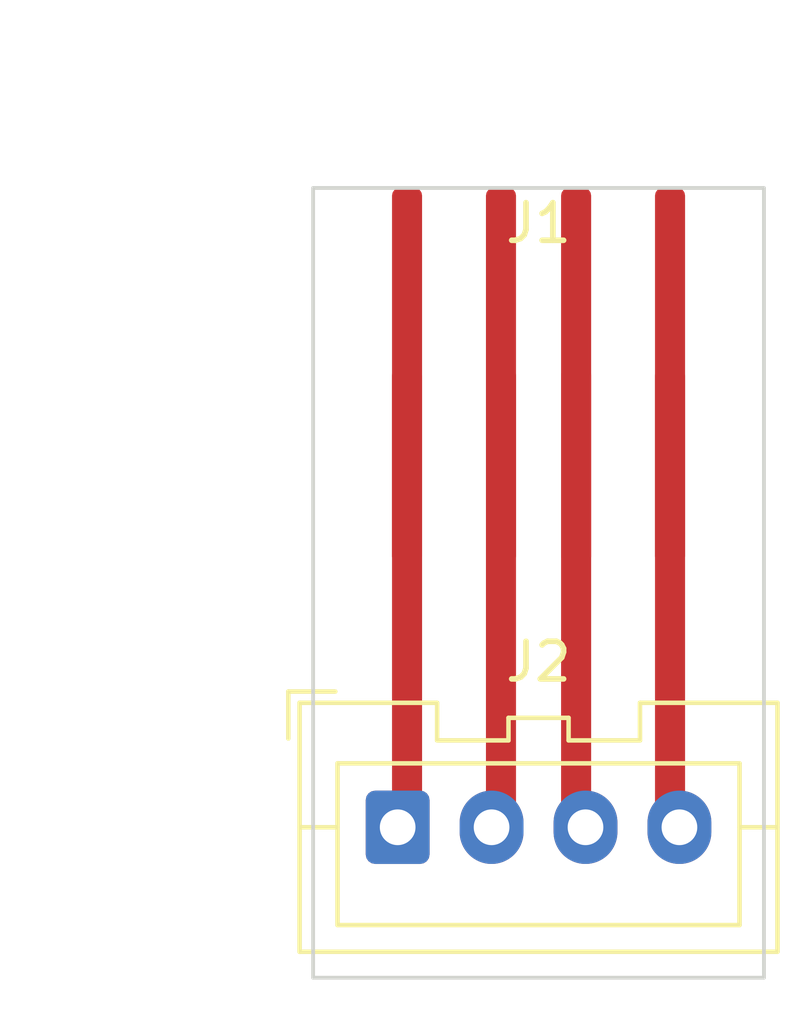
<source format=kicad_pcb>
(kicad_pcb (version 20221018) (generator pcbnew)
  (layers (0 "F.Cu" signal) (31 "B.Cu" signal) (34 "B.Paste" user) (35 "F.Paste" user) (36 "B.SilkS" user "B.Silkscreen") (37 "F.SilkS" user "F.Silkscreen") (38 "B.Mask" user) (39 "F.Mask" user) (44 "Edge.Cuts" user))
  (net 0 "")
  (net 1 "Net-(J1-Pin_1)")
  (net 2 "Net-(J1-Pin_2)")
  (net 3 "Net-(J1-Pin_3)")
  (net 4 "Net-(J1-Pin_4)")
  (footprint "Connector_JST:JST_XA_B04B-XASK-1_1x04_P2.50mm_Vertical" (layer "F.Cu") (at 156.25 122)
    (fp_text reference "J2" (at 3.75 -4.4) (layer "F.SilkS"))
    (fp_text value "dip")
    (fp_line (start -2.91 -3.61) (end -2.91 -2.36) (stroke (width 0.12)) (layer "F.SilkS"))
    (fp_line (start -2.61 -3.31) (end -2.61 3.31) (stroke (width 0.12)) (layer "F.SilkS"))
    (fp_line (start -2.61 0) (end -1.6 0) (stroke (width 0.12)) (layer "F.SilkS"))
    (fp_line (start -2.61 3.31) (end 10.11 3.31) (stroke (width 0.12)) (layer "F.SilkS"))
    (fp_line (start -1.66 -3.61) (end -2.91 -3.61) (stroke (width 0.12)) (layer "F.SilkS"))
    (fp_line (start -1.6 -1.7) (end -1.6 2.6) (stroke (width 0.12)) (layer "F.SilkS"))
    (fp_line (start -1.6 2.6) (end 9.1 2.6) (stroke (width 0.12)) (layer "F.SilkS"))
    (fp_line (start 1.05 -3.31) (end -2.61 -3.31) (stroke (width 0.12)) (layer "F.SilkS"))
    (fp_line (start 1.05 -2.31) (end 1.05 -3.31) (stroke (width 0.12)) (layer "F.SilkS"))
    (fp_line (start 2.95 -2.91) (end 2.95 -2.31) (stroke (width 0.12)) (layer "F.SilkS"))
    (fp_line (start 2.95 -2.31) (end 1.05 -2.31) (stroke (width 0.12)) (layer "F.SilkS"))
    (fp_line (start 4.55 -2.91) (end 2.95 -2.91) (stroke (width 0.12)) (layer "F.SilkS"))
    (fp_line (start 4.55 -2.31) (end 4.55 -2.91) (stroke (width 0.12)) (layer "F.SilkS"))
    (fp_line (start 6.45 -3.31) (end 6.45 -2.31) (stroke (width 0.12)) (layer "F.SilkS"))
    (fp_line (start 6.45 -2.31) (end 4.55 -2.31) (stroke (width 0.12)) (layer "F.SilkS"))
    (fp_line (start 9.1 -1.7) (end -1.6 -1.7) (stroke (width 0.12)) (layer "F.SilkS"))
    (fp_line (start 9.1 2.6) (end 9.1 -1.7) (stroke (width 0.12)) (layer "F.SilkS"))
    (fp_line (start 10.11 -3.31) (end 6.45 -3.31) (stroke (width 0.12)) (layer "F.SilkS"))
    (fp_line (start 10.11 0) (end 9.1 0) (stroke (width 0.12)) (layer "F.SilkS"))
    (fp_line (start 10.11 3.31) (end 10.11 -3.31) (stroke (width 0.12)) (layer "F.SilkS"))
    (pad "1" thru_hole roundrect (at 0 0) (size 1.7 1.95) (drill 0.95) (layers "*.Cu" "*.Mask") (roundrect_rratio 0.147059) (net 1 "Net-(J1-Pin_1)"))
    (pad "2" thru_hole oval (at 2.5 0) (size 1.7 1.95) (drill 0.95) (layers "*.Cu" "*.Mask") (net 2 "Net-(J1-Pin_2)"))
    (pad "3" thru_hole oval (at 5 0) (size 1.7 1.95) (drill 0.95) (layers "*.Cu" "*.Mask") (net 3 "Net-(J1-Pin_3)"))
    (pad "4" thru_hole oval (at 7.5 0) (size 1.7 1.95) (drill 0.95) (layers "*.Cu" "*.Mask") (net 4 "Net-(J1-Pin_4)"))
  )
  (footprint "watanabe_smy:m_usb" (layer "F.Cu") (at 160 110)
    (fp_text reference "J1" (at 0 -4.064 unlocked) (layer "F.SilkS"))
    (fp_text value "usb")
    (pad "1" smd roundrect (at -3.5 0) (size 0.8 10) (layers "F.Cu" "F.Paste" "F.Mask") (net 1 "Net-(J1-Pin_1)"))
    (pad "2" smd roundrect (at -1 0) (size 0.8 10) (layers "*.Mask" "F.Cu" "F.Paste") (net 2 "Net-(J1-Pin_2)"))
    (pad "3" smd roundrect (at 1 0) (size 0.8 10) (layers "F.Cu" "F.Paste" "F.Mask") (net 3 "Net-(J1-Pin_3)"))
    (pad "4" smd roundrect (at 3.5 0) (size 0.8 10) (layers "F.Cu" "F.Paste" "F.Mask") (net 4 "Net-(J1-Pin_4)"))
  )
  (gr_line (start 154 126) (end 154 105) (stroke (width 0.1)) (layer "Edge.Cuts"))
  (gr_line (start 166 105) (end 166 126) (stroke (width 0.1)) (layer "Edge.Cuts"))
  (gr_line (start 166 126) (end 154 126) (stroke (width 0.1)) (layer "Edge.Cuts"))
  (gr_line (start 154 105) (end 166 105) (stroke (width 0.1)) (layer "Edge.Cuts"))
  (segment (start 156.5 110) (end 156.5 121.75) (width 0.8) (layer "F.Cu") (net 1))
  (segment (start 156.5 121.75) (end 156.25 122) (width 0.8) (layer "F.Cu") (net 1))
  (segment (start 159 110) (end 159 121.75) (width 0.8) (layer "F.Cu") (net 2))
  (segment (start 159 121.75) (end 158.75 122) (width 0.8) (layer "F.Cu") (net 2))
  (segment (start 161 110) (end 161 121.75) (width 0.8) (layer "F.Cu") (net 3))
  (segment (start 161 121.75) (end 161.25 122) (width 0.8) (layer "F.Cu") (net 3))
  (segment (start 163.5 121.75) (end 163.75 122) (width 0.8) (layer "F.Cu") (net 4))
  (segment (start 163.5 110) (end 163.5 121.75) (width 0.8) (layer "F.Cu") (net 4))
)
</source>
